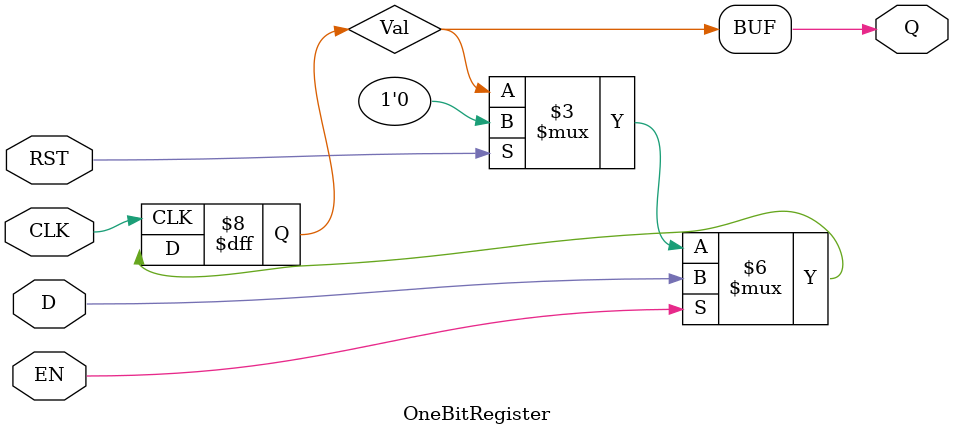
<source format=v>
module OneBitRegister (
	input wire D,
	input wire EN,
	input wire RST,
	input wire CLK,
	output wire Q
);

reg Val = 0;
assign Q = Val;

always @(posedge CLK) begin
	if (EN) begin
		Val <= D;
	end
	else if (RST) begin
		Val <= 0;
	end
end

endmodule


</source>
